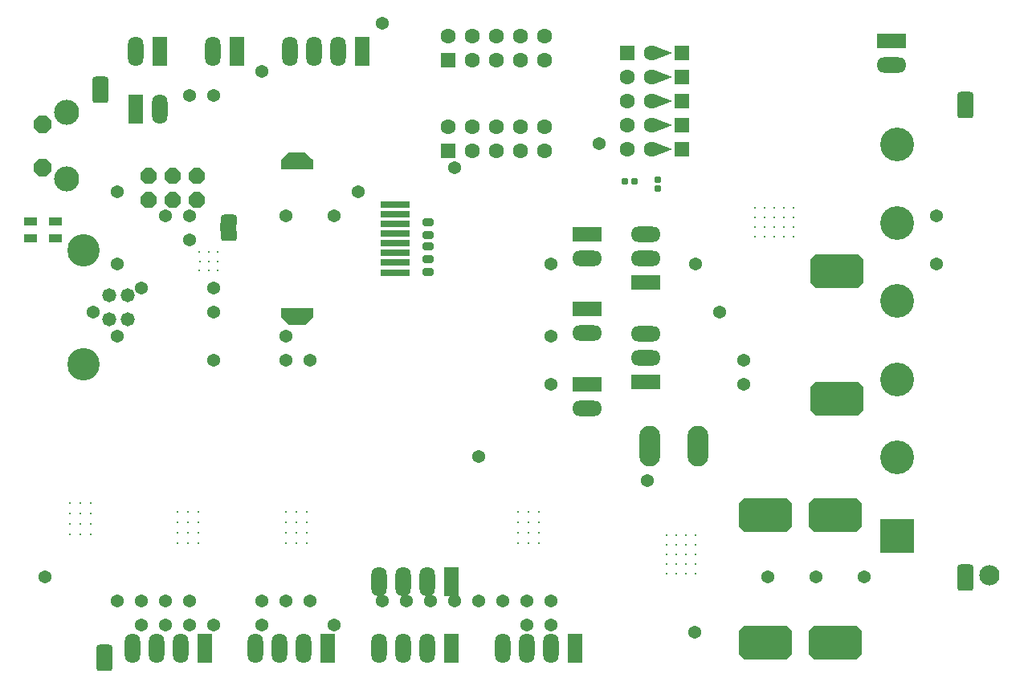
<source format=gbs>
G04*
G04 #@! TF.GenerationSoftware,Altium Limited,Altium Designer,21.0.8 (223)*
G04*
G04 Layer_Color=16711935*
%FSLAX25Y25*%
%MOIN*%
G70*
G04*
G04 #@! TF.SameCoordinates,9996C82E-4A36-4C5B-9496-8E533FBA6DEC*
G04*
G04*
G04 #@! TF.FilePolarity,Negative*
G04*
G01*
G75*
%ADD101C,0.06306*%
G04:AMPARAMS|DCode=110|XSize=26mil|YSize=28mil|CornerRadius=6.4mil|HoleSize=0mil|Usage=FLASHONLY|Rotation=90.000|XOffset=0mil|YOffset=0mil|HoleType=Round|Shape=RoundedRectangle|*
%AMROUNDEDRECTD110*
21,1,0.02600,0.01520,0,0,90.0*
21,1,0.01320,0.02800,0,0,90.0*
1,1,0.01280,0.00760,0.00660*
1,1,0.01280,0.00760,-0.00660*
1,1,0.01280,-0.00760,-0.00660*
1,1,0.01280,-0.00760,0.00660*
%
%ADD110ROUNDEDRECTD110*%
G04:AMPARAMS|DCode=111|XSize=26mil|YSize=28mil|CornerRadius=6.4mil|HoleSize=0mil|Usage=FLASHONLY|Rotation=0.000|XOffset=0mil|YOffset=0mil|HoleType=Round|Shape=RoundedRectangle|*
%AMROUNDEDRECTD111*
21,1,0.02600,0.01520,0,0,0.0*
21,1,0.01320,0.02800,0,0,0.0*
1,1,0.01280,0.00660,-0.00760*
1,1,0.01280,-0.00660,-0.00760*
1,1,0.01280,-0.00660,0.00760*
1,1,0.01280,0.00660,0.00760*
%
%ADD111ROUNDEDRECTD111*%
G04:AMPARAMS|DCode=112|XSize=33.13mil|YSize=43.37mil|CornerRadius=7.83mil|HoleSize=0mil|Usage=FLASHONLY|Rotation=90.000|XOffset=0mil|YOffset=0mil|HoleType=Round|Shape=RoundedRectangle|*
%AMROUNDEDRECTD112*
21,1,0.03313,0.02772,0,0,90.0*
21,1,0.01748,0.04337,0,0,90.0*
1,1,0.01565,0.01386,0.00874*
1,1,0.01565,0.01386,-0.00874*
1,1,0.01565,-0.01386,-0.00874*
1,1,0.01565,-0.01386,0.00874*
%
%ADD112ROUNDEDRECTD112*%
G04:AMPARAMS|DCode=138|XSize=54mil|YSize=54mil|CornerRadius=27mil|HoleSize=0mil|Usage=FLASHONLY|Rotation=270.000|XOffset=0mil|YOffset=0mil|HoleType=Round|Shape=RoundedRectangle|*
%AMROUNDEDRECTD138*
21,1,0.05400,0.00000,0,0,270.0*
21,1,0.00000,0.05400,0,0,270.0*
1,1,0.05400,0.00000,0.00000*
1,1,0.05400,0.00000,0.00000*
1,1,0.05400,0.00000,0.00000*
1,1,0.05400,0.00000,0.00000*
%
%ADD138ROUNDEDRECTD138*%
%ADD163R,0.06306X0.06306*%
%ADD164C,0.06306*%
%ADD165O,0.08650X0.16900*%
%ADD166R,0.06306X0.06306*%
G04:AMPARAMS|DCode=167|XSize=137mil|YSize=87mil|CornerRadius=0mil|HoleSize=0mil|Usage=FLASHONLY|Rotation=270.000|XOffset=0mil|YOffset=0mil|HoleType=Round|Shape=Octagon|*
%AMOCTAGOND167*
4,1,8,-0.02175,-0.06850,0.02175,-0.06850,0.04350,-0.04675,0.04350,0.04675,0.02175,0.06850,-0.02175,0.06850,-0.04350,0.04675,-0.04350,-0.04675,-0.02175,-0.06850,0.0*
%
%ADD167OCTAGOND167*%

%ADD168P,0.07144X8X22.5*%
%ADD169C,0.05800*%
%ADD170C,0.13450*%
%ADD171P,0.08010X8X292.5*%
%ADD172C,0.10400*%
%ADD173R,0.12400X0.06400*%
%ADD174O,0.12400X0.06400*%
%ADD175R,0.06400X0.12400*%
%ADD176O,0.06400X0.12400*%
%ADD177O,0.13998X0.14000*%
%ADD178R,0.13998X0.14000*%
%ADD179C,0.08400*%
%ADD321R,0.07045X0.03543*%
%ADD322R,0.12408X0.02802*%
G04:AMPARAMS|DCode=323|XSize=54mil|YSize=54mil|CornerRadius=27mil|HoleSize=0mil|Usage=FLASHONLY|Rotation=180.000|XOffset=0mil|YOffset=0mil|HoleType=Round|Shape=RoundedRectangle|*
%AMROUNDEDRECTD323*
21,1,0.05400,0.00000,0,0,180.0*
21,1,0.00000,0.05400,0,0,180.0*
1,1,0.05400,0.00000,0.00000*
1,1,0.05400,0.00000,0.00000*
1,1,0.05400,0.00000,0.00000*
1,1,0.05400,0.00000,0.00000*
%
%ADD323ROUNDEDRECTD323*%
G04:AMPARAMS|DCode=324|XSize=50mil|YSize=67mil|CornerRadius=13.5mil|HoleSize=0mil|Usage=FLASHONLY|Rotation=270.000|XOffset=0mil|YOffset=0mil|HoleType=Round|Shape=RoundedRectangle|*
%AMROUNDEDRECTD324*
21,1,0.05000,0.04000,0,0,270.0*
21,1,0.02300,0.06700,0,0,270.0*
1,1,0.02700,-0.02000,-0.01150*
1,1,0.02700,-0.02000,0.01150*
1,1,0.02700,0.02000,0.01150*
1,1,0.02700,0.02000,-0.01150*
%
%ADD324ROUNDEDRECTD324*%
%ADD325R,0.05321X0.03747*%
%ADD326R,0.06306X0.06306*%
%ADD327C,0.01000*%
G36*
X109626Y153209D02*
X123012Y153209D01*
X123012Y149350D01*
X122461Y148799D01*
X119823Y146161D01*
X118642D01*
X112815D01*
X109626Y149350D01*
Y153209D01*
D02*
G37*
G36*
Y210768D02*
X123012Y210768D01*
X123012Y214626D01*
X122461Y215177D01*
X119823Y217815D01*
X118642D01*
X112815D01*
X109626Y214626D01*
Y210768D01*
D02*
G37*
G36*
X272226Y219149D02*
X264326Y216149D01*
X265526Y217349D01*
Y220949D01*
X264326Y222149D01*
X272226Y219149D01*
D02*
G37*
G36*
X344862Y161439D02*
X335762D01*
Y175339D01*
X344862D01*
Y161439D01*
D02*
G37*
G36*
Y108439D02*
X335762D01*
Y122339D01*
X344862D01*
Y108439D01*
D02*
G37*
G36*
X315357Y60178D02*
X306258D01*
Y74078D01*
X315357D01*
Y60178D01*
D02*
G37*
G36*
X344362Y60139D02*
X335262D01*
Y74039D01*
X344362D01*
Y60139D01*
D02*
G37*
G36*
X315357Y7178D02*
X306258D01*
Y21078D01*
X315357D01*
Y7178D01*
D02*
G37*
G36*
X344362Y7139D02*
X335262D01*
Y21039D01*
X344362D01*
Y7139D01*
D02*
G37*
G36*
X272226Y229149D02*
X264326Y226149D01*
X265526Y227349D01*
Y230949D01*
X264326Y232149D01*
X272226Y229149D01*
D02*
G37*
G36*
Y239149D02*
X264326Y236149D01*
X265526Y237349D01*
Y240949D01*
X264326Y242149D01*
X272226Y239149D01*
D02*
G37*
G36*
Y249149D02*
X264326Y246149D01*
X265526Y247349D01*
Y250949D01*
X264326Y252149D01*
X272226Y249149D01*
D02*
G37*
G36*
Y259149D02*
X264326Y256149D01*
X265526Y257349D01*
Y260949D01*
X264326Y262149D01*
X272226Y259149D01*
D02*
G37*
G54D101*
X263326D02*
D03*
Y249149D02*
D03*
Y239149D02*
D03*
Y229149D02*
D03*
Y219149D02*
D03*
G54D110*
X266041Y202778D02*
D03*
Y206568D02*
D03*
G54D111*
X256290Y205779D02*
D03*
X252500D02*
D03*
G54D112*
X170670Y173347D02*
D03*
Y167992D02*
D03*
Y178662D02*
D03*
Y173307D02*
D03*
Y188800D02*
D03*
Y183445D02*
D03*
G54D138*
X141657Y201578D02*
D03*
X211658Y21578D02*
D03*
X51657D02*
D03*
X61658D02*
D03*
X71658D02*
D03*
X81657D02*
D03*
X101657D02*
D03*
X131658D02*
D03*
X221657D02*
D03*
X301658Y121578D02*
D03*
X291657Y151578D02*
D03*
X281658Y171578D02*
D03*
X191657Y31578D02*
D03*
X211658D02*
D03*
X201658D02*
D03*
X221657D02*
D03*
X151657D02*
D03*
X171658D02*
D03*
X161658D02*
D03*
X181658D02*
D03*
X71658D02*
D03*
X111658D02*
D03*
X101657D02*
D03*
X121658D02*
D03*
X11658Y41578D02*
D03*
X281358Y18378D02*
D03*
X221657Y121578D02*
D03*
X241657Y221578D02*
D03*
X51657Y31578D02*
D03*
X41658D02*
D03*
X61658D02*
D03*
X51657Y161578D02*
D03*
X41658Y171578D02*
D03*
X81657Y241578D02*
D03*
X191657Y91578D02*
D03*
G54D163*
X179058Y255978D02*
D03*
Y218478D02*
D03*
G54D164*
Y265978D02*
D03*
X189058Y255978D02*
D03*
Y265978D02*
D03*
X199057Y255978D02*
D03*
Y265978D02*
D03*
X209057Y255978D02*
D03*
Y265978D02*
D03*
X219057Y255978D02*
D03*
Y265978D02*
D03*
X253326Y219149D02*
D03*
Y229149D02*
D03*
Y239149D02*
D03*
Y249149D02*
D03*
X219057Y228478D02*
D03*
Y218478D02*
D03*
X209057Y228478D02*
D03*
Y218478D02*
D03*
X199057Y228478D02*
D03*
Y218478D02*
D03*
X189058Y228478D02*
D03*
Y218478D02*
D03*
X179058Y228478D02*
D03*
G54D165*
X262757Y95878D02*
D03*
X282757D02*
D03*
G54D166*
X253326Y259149D02*
D03*
G54D167*
X317553Y14117D02*
D03*
X304153D02*
D03*
Y67117D02*
D03*
X317553D02*
D03*
X333658Y168378D02*
D03*
X347058D02*
D03*
Y115378D02*
D03*
X333658D02*
D03*
X346557Y67078D02*
D03*
X333157D02*
D03*
Y14078D02*
D03*
X346557D02*
D03*
G54D168*
X54910Y198034D02*
D03*
Y208034D02*
D03*
X64910Y198034D02*
D03*
Y208034D02*
D03*
X74910Y198034D02*
D03*
Y208034D02*
D03*
G54D169*
X46242Y148547D02*
D03*
Y158468D02*
D03*
X38342D02*
D03*
Y148547D02*
D03*
G54D170*
X27642Y177169D02*
D03*
Y129847D02*
D03*
G54D171*
X10931Y229376D02*
D03*
Y211576D02*
D03*
G54D172*
X20731Y234276D02*
D03*
Y206676D02*
D03*
G54D173*
X260958Y122278D02*
D03*
X236697Y183743D02*
D03*
Y152641D02*
D03*
Y121539D02*
D03*
X363158Y264178D02*
D03*
X261057Y163678D02*
D03*
G54D174*
X260958Y132278D02*
D03*
Y142278D02*
D03*
X236697Y173743D02*
D03*
Y142641D02*
D03*
Y111539D02*
D03*
X363158Y254178D02*
D03*
X261057Y183678D02*
D03*
Y173678D02*
D03*
G54D175*
X91483Y259803D02*
D03*
X143278Y259846D02*
D03*
X78083Y11803D02*
D03*
X129264D02*
D03*
X180445Y39362D02*
D03*
Y11803D02*
D03*
X231665Y11842D02*
D03*
X49383Y235703D02*
D03*
X59383Y259803D02*
D03*
G54D176*
X81483D02*
D03*
X133278Y259846D02*
D03*
X123278D02*
D03*
X113278D02*
D03*
X48083Y11803D02*
D03*
X58083D02*
D03*
X68083D02*
D03*
X99264D02*
D03*
X109264D02*
D03*
X119264D02*
D03*
X150445Y39362D02*
D03*
X160445D02*
D03*
X170445D02*
D03*
X150445Y11803D02*
D03*
X160445D02*
D03*
X170445D02*
D03*
X201665Y11842D02*
D03*
X211665D02*
D03*
X221665D02*
D03*
X59383Y235703D02*
D03*
X49383Y259803D02*
D03*
G54D177*
X365357Y221028D02*
D03*
Y188528D02*
D03*
Y156028D02*
D03*
Y123528D02*
D03*
Y91028D02*
D03*
G54D178*
Y58528D02*
D03*
G54D179*
X403724Y42129D02*
D03*
G54D321*
X87899Y186617D02*
D03*
X393877Y40846D02*
D03*
X34605Y244002D02*
D03*
X36405Y7902D02*
D03*
X393805Y237402D02*
D03*
G54D322*
X156988Y167933D02*
D03*
Y179980D02*
D03*
Y183996D02*
D03*
Y188012D02*
D03*
Y192028D02*
D03*
Y196043D02*
D03*
Y175965D02*
D03*
Y171949D02*
D03*
G54D323*
X221657Y141578D02*
D03*
Y171578D02*
D03*
X351658Y41578D02*
D03*
X331658D02*
D03*
X311658D02*
D03*
X151657Y271578D02*
D03*
X31657Y151578D02*
D03*
X41658Y141578D02*
D03*
X71658Y191578D02*
D03*
X41658Y201578D02*
D03*
X61658Y191578D02*
D03*
X71658Y181578D02*
D03*
X101758Y251578D02*
D03*
X71658Y241578D02*
D03*
X131658Y191578D02*
D03*
X181658Y211578D02*
D03*
X111658Y191578D02*
D03*
X301658Y131578D02*
D03*
X381658Y171578D02*
D03*
X261658Y81578D02*
D03*
X381658Y191578D02*
D03*
X81657Y131578D02*
D03*
Y151578D02*
D03*
Y161578D02*
D03*
X111658Y141578D02*
D03*
X121658Y131578D02*
D03*
X111658D02*
D03*
G54D324*
X87976Y189519D02*
D03*
Y183519D02*
D03*
X393799Y37945D02*
D03*
Y43945D02*
D03*
X34683Y246903D02*
D03*
Y240903D02*
D03*
X36483Y10803D02*
D03*
Y4803D02*
D03*
X393883Y240303D02*
D03*
Y234303D02*
D03*
G54D325*
X5883Y181961D02*
D03*
Y189245D02*
D03*
X16083D02*
D03*
Y181961D02*
D03*
G54D326*
X276126Y259149D02*
D03*
Y249149D02*
D03*
Y239149D02*
D03*
Y229149D02*
D03*
Y219149D02*
D03*
G54D327*
X318271Y182853D02*
D03*
X322271D02*
D03*
Y186853D02*
D03*
X318271D02*
D03*
Y190853D02*
D03*
X322271D02*
D03*
Y194853D02*
D03*
X318271D02*
D03*
X310271D02*
D03*
X306271D02*
D03*
Y190853D02*
D03*
X310271D02*
D03*
Y186853D02*
D03*
X306271D02*
D03*
Y182853D02*
D03*
X310271D02*
D03*
X314271D02*
D03*
Y186853D02*
D03*
Y194853D02*
D03*
Y190853D02*
D03*
X281740Y54746D02*
D03*
Y58746D02*
D03*
X277741D02*
D03*
Y54746D02*
D03*
X273741D02*
D03*
Y58746D02*
D03*
X269741D02*
D03*
Y54746D02*
D03*
Y46746D02*
D03*
Y42746D02*
D03*
X273741D02*
D03*
Y46746D02*
D03*
X277741D02*
D03*
Y42746D02*
D03*
X281740D02*
D03*
Y46746D02*
D03*
Y50746D02*
D03*
X277741D02*
D03*
X269741D02*
D03*
X273741D02*
D03*
X208227Y68480D02*
D03*
X216888Y55487D02*
D03*
X212558D02*
D03*
X208227D02*
D03*
X216888Y59818D02*
D03*
X212558D02*
D03*
X208227D02*
D03*
X216888Y64149D02*
D03*
X212558D02*
D03*
X208227D02*
D03*
X216888Y68480D02*
D03*
X212558D02*
D03*
X79658Y172578D02*
D03*
Y176318D02*
D03*
X75889Y176354D02*
D03*
X75937Y172578D02*
D03*
X75917Y168739D02*
D03*
X79658Y168838D02*
D03*
X83398D02*
D03*
Y172578D02*
D03*
Y176318D02*
D03*
X26420Y72079D02*
D03*
X30750D02*
D03*
X22089Y67749D02*
D03*
X26420D02*
D03*
X30750D02*
D03*
X22089Y63418D02*
D03*
X26420D02*
D03*
X30750D02*
D03*
X22089Y59087D02*
D03*
X26420D02*
D03*
X30750D02*
D03*
X22089Y72079D02*
D03*
X71157Y68480D02*
D03*
X75488D02*
D03*
X66827Y64149D02*
D03*
X71157D02*
D03*
X75488D02*
D03*
X66827Y59818D02*
D03*
X71157D02*
D03*
X75488D02*
D03*
X66827Y55487D02*
D03*
X71157D02*
D03*
X75488D02*
D03*
X66827Y68480D02*
D03*
X116157D02*
D03*
X120488D02*
D03*
X111827Y64149D02*
D03*
X116157D02*
D03*
X120488D02*
D03*
X111827Y59818D02*
D03*
X116157D02*
D03*
X120488D02*
D03*
X111827Y55487D02*
D03*
X116157D02*
D03*
X120488D02*
D03*
X111827Y68480D02*
D03*
M02*

</source>
